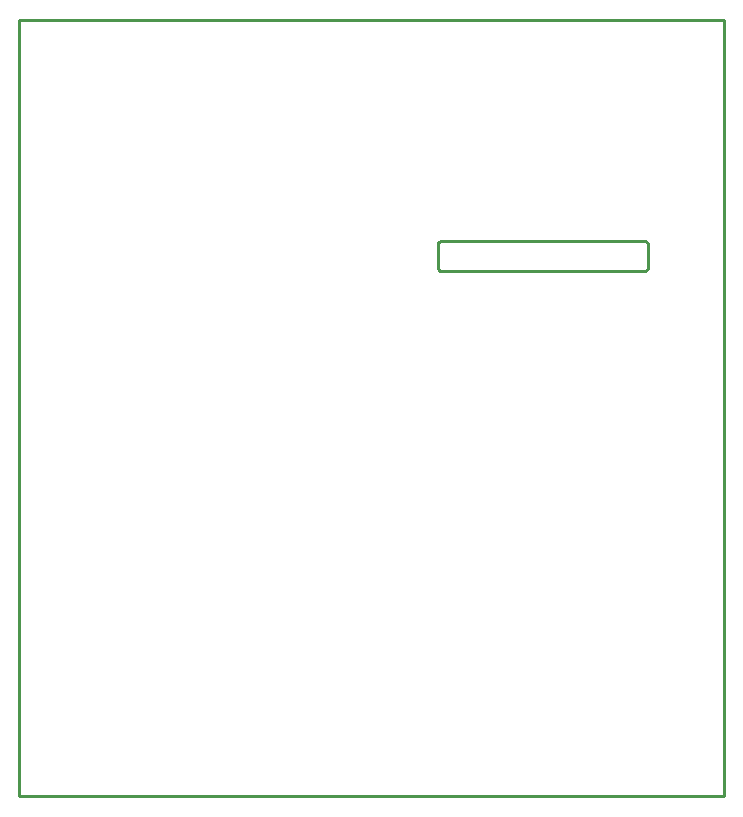
<source format=gbr>
G04 EAGLE Gerber RS-274X export*
G75*
%MOMM*%
%FSLAX34Y34*%
%LPD*%
%IN*%
%IPPOS*%
%AMOC8*
5,1,8,0,0,1.08239X$1,22.5*%
G01*
%ADD10C,0.101600*%
%ADD11C,0.152400*%
%ADD12C,0.254000*%


D10*
X39350Y682070D02*
X636270Y682070D01*
X636270Y25400D02*
X39350Y25400D01*
X39350Y682070D01*
X636270Y682070D02*
X636270Y25400D01*
D11*
X568325Y469900D02*
X568436Y469902D01*
X568546Y469908D01*
X568657Y469917D01*
X568767Y469931D01*
X568876Y469948D01*
X568985Y469969D01*
X569093Y469994D01*
X569200Y470023D01*
X569306Y470055D01*
X569411Y470091D01*
X569514Y470131D01*
X569616Y470174D01*
X569717Y470221D01*
X569816Y470272D01*
X569913Y470325D01*
X570007Y470382D01*
X570100Y470443D01*
X570191Y470506D01*
X570280Y470573D01*
X570366Y470643D01*
X570449Y470716D01*
X570531Y470791D01*
X570609Y470869D01*
X570684Y470951D01*
X570757Y471034D01*
X570827Y471120D01*
X570894Y471209D01*
X570957Y471300D01*
X571018Y471393D01*
X571075Y471487D01*
X571128Y471584D01*
X571179Y471683D01*
X571226Y471784D01*
X571269Y471886D01*
X571309Y471989D01*
X571345Y472094D01*
X571377Y472200D01*
X571406Y472307D01*
X571431Y472415D01*
X571452Y472524D01*
X571469Y472633D01*
X571483Y472743D01*
X571492Y472854D01*
X571498Y472964D01*
X571500Y473075D01*
X396875Y495300D02*
X396764Y495298D01*
X396654Y495292D01*
X396543Y495283D01*
X396433Y495269D01*
X396324Y495252D01*
X396215Y495231D01*
X396107Y495206D01*
X396000Y495177D01*
X395894Y495145D01*
X395789Y495109D01*
X395686Y495069D01*
X395584Y495026D01*
X395483Y494979D01*
X395384Y494928D01*
X395288Y494875D01*
X395193Y494818D01*
X395100Y494757D01*
X395009Y494694D01*
X394920Y494627D01*
X394834Y494557D01*
X394751Y494484D01*
X394669Y494409D01*
X394591Y494331D01*
X394516Y494249D01*
X394443Y494166D01*
X394373Y494080D01*
X394306Y493991D01*
X394243Y493900D01*
X394182Y493807D01*
X394125Y493713D01*
X394072Y493616D01*
X394021Y493517D01*
X393974Y493416D01*
X393931Y493314D01*
X393891Y493211D01*
X393855Y493106D01*
X393823Y493000D01*
X393794Y492893D01*
X393769Y492785D01*
X393748Y492676D01*
X393731Y492567D01*
X393717Y492457D01*
X393708Y492346D01*
X393702Y492236D01*
X393700Y492125D01*
X396875Y495300D02*
X568325Y495300D01*
X568436Y495298D01*
X568546Y495292D01*
X568657Y495283D01*
X568767Y495269D01*
X568876Y495252D01*
X568985Y495231D01*
X569093Y495206D01*
X569200Y495177D01*
X569306Y495145D01*
X569411Y495109D01*
X569514Y495069D01*
X569616Y495026D01*
X569717Y494979D01*
X569816Y494928D01*
X569913Y494875D01*
X570007Y494818D01*
X570100Y494757D01*
X570191Y494694D01*
X570280Y494627D01*
X570366Y494557D01*
X570449Y494484D01*
X570531Y494409D01*
X570609Y494331D01*
X570684Y494249D01*
X570757Y494166D01*
X570827Y494080D01*
X570894Y493991D01*
X570957Y493900D01*
X571018Y493807D01*
X571075Y493713D01*
X571128Y493616D01*
X571179Y493517D01*
X571226Y493416D01*
X571269Y493314D01*
X571309Y493211D01*
X571345Y493106D01*
X571377Y493000D01*
X571406Y492893D01*
X571431Y492785D01*
X571452Y492676D01*
X571469Y492567D01*
X571483Y492457D01*
X571492Y492346D01*
X571498Y492236D01*
X571500Y492125D01*
X571500Y473075D01*
X568325Y469900D02*
X396875Y469900D01*
X396764Y469902D01*
X396654Y469908D01*
X396543Y469917D01*
X396433Y469931D01*
X396324Y469948D01*
X396215Y469969D01*
X396107Y469994D01*
X396000Y470023D01*
X395894Y470055D01*
X395789Y470091D01*
X395686Y470131D01*
X395584Y470174D01*
X395483Y470221D01*
X395384Y470272D01*
X395288Y470325D01*
X395193Y470382D01*
X395100Y470443D01*
X395009Y470506D01*
X394920Y470573D01*
X394834Y470643D01*
X394751Y470716D01*
X394669Y470791D01*
X394591Y470869D01*
X394516Y470951D01*
X394443Y471034D01*
X394373Y471120D01*
X394306Y471209D01*
X394243Y471300D01*
X394182Y471393D01*
X394125Y471488D01*
X394072Y471584D01*
X394021Y471683D01*
X393974Y471784D01*
X393931Y471886D01*
X393891Y471989D01*
X393855Y472094D01*
X393823Y472200D01*
X393794Y472307D01*
X393769Y472415D01*
X393748Y472524D01*
X393731Y472633D01*
X393717Y472743D01*
X393708Y472854D01*
X393702Y472964D01*
X393700Y473075D01*
X393700Y492125D01*
D12*
X39350Y25400D02*
X636270Y25400D01*
X636270Y682070D01*
X39350Y682070D01*
X39350Y25400D01*
X393700Y473075D02*
X393712Y472798D01*
X393748Y472524D01*
X393808Y472253D01*
X393891Y471989D01*
X393997Y471733D01*
X394125Y471488D01*
X394274Y471254D01*
X394443Y471034D01*
X394630Y470830D01*
X394834Y470643D01*
X395054Y470474D01*
X395288Y470325D01*
X395533Y470197D01*
X395789Y470091D01*
X396053Y470008D01*
X396324Y469948D01*
X396598Y469912D01*
X396875Y469900D01*
X568325Y469900D01*
X568602Y469912D01*
X568876Y469948D01*
X569147Y470008D01*
X569411Y470091D01*
X569667Y470197D01*
X569913Y470325D01*
X570146Y470474D01*
X570366Y470643D01*
X570570Y470830D01*
X570757Y471034D01*
X570926Y471254D01*
X571075Y471488D01*
X571203Y471733D01*
X571309Y471989D01*
X571392Y472253D01*
X571452Y472524D01*
X571488Y472798D01*
X571500Y473075D01*
X571500Y492125D01*
X571488Y492402D01*
X571452Y492676D01*
X571392Y492947D01*
X571309Y493211D01*
X571203Y493467D01*
X571075Y493713D01*
X570926Y493946D01*
X570757Y494166D01*
X570570Y494370D01*
X570366Y494557D01*
X570146Y494726D01*
X569913Y494875D01*
X569667Y495003D01*
X569411Y495109D01*
X569147Y495192D01*
X568876Y495252D01*
X568602Y495288D01*
X568325Y495300D01*
X396875Y495300D01*
X396598Y495288D01*
X396324Y495252D01*
X396053Y495192D01*
X395789Y495109D01*
X395533Y495003D01*
X395288Y494875D01*
X395054Y494726D01*
X394834Y494557D01*
X394630Y494370D01*
X394443Y494166D01*
X394274Y493946D01*
X394125Y493713D01*
X393997Y493467D01*
X393891Y493211D01*
X393808Y492947D01*
X393748Y492676D01*
X393712Y492402D01*
X393700Y492125D01*
X393700Y473075D01*
M02*

</source>
